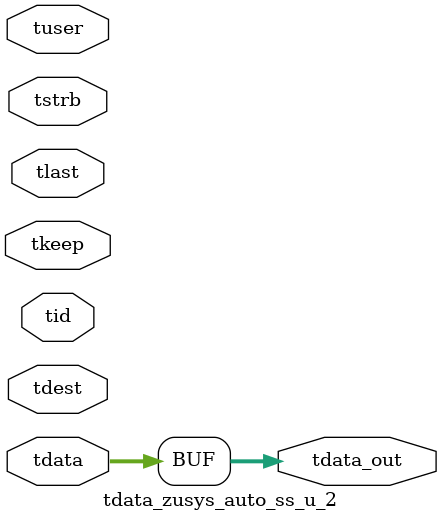
<source format=v>


`timescale 1ps/1ps

module tdata_zusys_auto_ss_u_2 #
(
parameter C_S_AXIS_TDATA_WIDTH = 32,
parameter C_S_AXIS_TUSER_WIDTH = 0,
parameter C_S_AXIS_TID_WIDTH   = 0,
parameter C_S_AXIS_TDEST_WIDTH = 0,
parameter C_M_AXIS_TDATA_WIDTH = 32
)
(
input  [(C_S_AXIS_TDATA_WIDTH == 0 ? 1 : C_S_AXIS_TDATA_WIDTH)-1:0     ] tdata,
input  [(C_S_AXIS_TUSER_WIDTH == 0 ? 1 : C_S_AXIS_TUSER_WIDTH)-1:0     ] tuser,
input  [(C_S_AXIS_TID_WIDTH   == 0 ? 1 : C_S_AXIS_TID_WIDTH)-1:0       ] tid,
input  [(C_S_AXIS_TDEST_WIDTH == 0 ? 1 : C_S_AXIS_TDEST_WIDTH)-1:0     ] tdest,
input  [(C_S_AXIS_TDATA_WIDTH/8)-1:0 ] tkeep,
input  [(C_S_AXIS_TDATA_WIDTH/8)-1:0 ] tstrb,
input                                                                    tlast,
output [C_M_AXIS_TDATA_WIDTH-1:0] tdata_out
);

assign tdata_out = {tdata[31:0]};

endmodule


</source>
